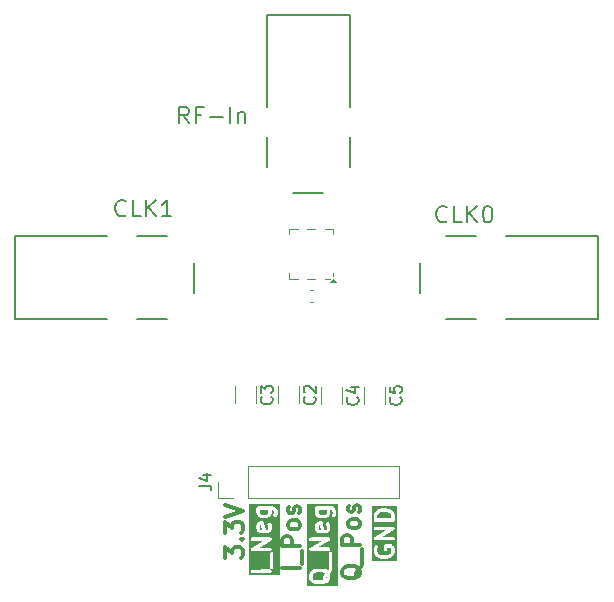
<source format=gbr>
%TF.GenerationSoftware,KiCad,Pcbnew,8.0.1*%
%TF.CreationDate,2024-03-25T18:19:42-05:00*%
%TF.ProjectId,TS3A5017-Mixer,54533341-3530-4313-972d-4d697865722e,rev?*%
%TF.SameCoordinates,Original*%
%TF.FileFunction,Legend,Top*%
%TF.FilePolarity,Positive*%
%FSLAX46Y46*%
G04 Gerber Fmt 4.6, Leading zero omitted, Abs format (unit mm)*
G04 Created by KiCad (PCBNEW 8.0.1) date 2024-03-25 18:19:42*
%MOMM*%
%LPD*%
G01*
G04 APERTURE LIST*
%ADD10C,0.300000*%
%ADD11C,0.150000*%
%ADD12C,0.127000*%
%ADD13C,0.120000*%
G04 APERTURE END LIST*
D10*
G36*
X153305906Y-109771060D02*
G01*
X153417910Y-109824943D01*
X153521419Y-109925903D01*
X153574960Y-110080680D01*
X153576375Y-110270339D01*
X152373728Y-110272606D01*
X152372395Y-110093938D01*
X152424296Y-109932169D01*
X152522529Y-109831457D01*
X152625434Y-109778027D01*
X152876782Y-109712809D01*
X153054995Y-109710700D01*
X153305906Y-109771060D01*
G37*
G36*
X154041495Y-113879584D02*
G01*
X151908161Y-113879584D01*
X151908161Y-112848632D01*
X152074828Y-112848632D01*
X152077360Y-113062622D01*
X152076006Y-113081678D01*
X152077672Y-113089006D01*
X152077710Y-113092181D01*
X152079227Y-113095843D01*
X152082526Y-113110351D01*
X152149139Y-113302911D01*
X152149139Y-113306466D01*
X152156597Y-113324473D01*
X152165943Y-113351488D01*
X152169473Y-113355558D01*
X152171536Y-113360538D01*
X152190191Y-113383269D01*
X152334774Y-113524294D01*
X152347146Y-113538559D01*
X152353498Y-113542557D01*
X152355778Y-113544781D01*
X152359440Y-113546297D01*
X152372032Y-113554224D01*
X152507439Y-113619366D01*
X152517900Y-113627117D01*
X152539854Y-113634960D01*
X152542352Y-113636162D01*
X152543432Y-113636238D01*
X152545591Y-113637010D01*
X152823559Y-113703878D01*
X152838421Y-113710035D01*
X152856586Y-113711823D01*
X152860394Y-113712740D01*
X152862581Y-113712414D01*
X152867685Y-113712917D01*
X153074042Y-113710475D01*
X153089262Y-113712740D01*
X153107232Y-113710082D01*
X153111235Y-113710035D01*
X153113279Y-113709187D01*
X153118351Y-113708438D01*
X153392971Y-113637180D01*
X153407304Y-113636162D01*
X153429224Y-113627773D01*
X153431756Y-113627117D01*
X153432626Y-113626472D01*
X153434767Y-113625653D01*
X153577310Y-113551642D01*
X153593877Y-113544781D01*
X153599647Y-113540045D01*
X153602510Y-113538559D01*
X153605106Y-113535565D01*
X153616608Y-113526126D01*
X153742353Y-113397208D01*
X153745367Y-113395702D01*
X153757757Y-113381416D01*
X153778121Y-113360539D01*
X153780183Y-113355559D01*
X153783715Y-113351488D01*
X153795703Y-113324637D01*
X153864561Y-113110007D01*
X153871946Y-113092181D01*
X153872683Y-113084692D01*
X153873651Y-113081677D01*
X153873369Y-113077722D01*
X153874828Y-113062917D01*
X153872413Y-112918709D01*
X153873651Y-112901300D01*
X153872000Y-112894040D01*
X153871946Y-112890796D01*
X153870430Y-112887138D01*
X153867131Y-112872626D01*
X153800517Y-112680059D01*
X153800517Y-112676510D01*
X153793067Y-112658525D01*
X153783715Y-112631489D01*
X153780181Y-112627414D01*
X153778120Y-112622438D01*
X153759465Y-112599707D01*
X153665328Y-112509647D01*
X153665307Y-112509626D01*
X153611235Y-112487228D01*
X153581971Y-112484346D01*
X153052707Y-112487228D01*
X152998635Y-112509626D01*
X152957251Y-112551010D01*
X152934853Y-112605082D01*
X152931971Y-112634346D01*
X152934853Y-112949324D01*
X152957251Y-113003396D01*
X152998635Y-113044780D01*
X153052707Y-113067178D01*
X153111235Y-113067178D01*
X153165307Y-113044780D01*
X153206691Y-113003396D01*
X153229089Y-112949324D01*
X153231971Y-112920060D01*
X153230721Y-112783536D01*
X153519337Y-112781964D01*
X153521888Y-112784404D01*
X153575133Y-112938324D01*
X153576728Y-113033551D01*
X153525359Y-113193666D01*
X153427127Y-113294375D01*
X153324220Y-113347806D01*
X153072873Y-113413024D01*
X152894660Y-113415133D01*
X152643749Y-113354773D01*
X152531745Y-113300890D01*
X152428236Y-113199929D01*
X152374615Y-113044923D01*
X152372747Y-112887120D01*
X152440931Y-112745393D01*
X152445079Y-112687013D01*
X152426571Y-112631490D01*
X152388225Y-112587275D01*
X152335876Y-112561100D01*
X152277495Y-112556952D01*
X152221973Y-112575460D01*
X152177758Y-112613806D01*
X152162093Y-112638692D01*
X152102184Y-112763219D01*
X152100108Y-112765296D01*
X152093431Y-112781413D01*
X152080154Y-112809013D01*
X152079771Y-112814390D01*
X152077710Y-112819368D01*
X152074828Y-112848632D01*
X151908161Y-112848632D01*
X151908161Y-111981012D01*
X152075194Y-111981012D01*
X152077710Y-112000803D01*
X152077710Y-112020753D01*
X152081369Y-112029586D01*
X152082575Y-112039072D01*
X152092473Y-112056394D01*
X152100108Y-112074825D01*
X152106868Y-112081585D01*
X152111613Y-112089888D01*
X152127384Y-112102101D01*
X152141492Y-112116209D01*
X152150327Y-112119868D01*
X152157887Y-112125723D01*
X152177131Y-112130971D01*
X152195564Y-112138607D01*
X152210530Y-112140080D01*
X152214351Y-112141123D01*
X152217302Y-112140747D01*
X152224828Y-112141489D01*
X153754092Y-112138607D01*
X153808164Y-112116209D01*
X153849548Y-112074825D01*
X153871946Y-112020753D01*
X153871946Y-111962225D01*
X153849548Y-111908153D01*
X153808164Y-111866769D01*
X153754092Y-111844371D01*
X153724828Y-111841489D01*
X152784711Y-111843260D01*
X153790189Y-111266511D01*
X153808164Y-111259066D01*
X153814882Y-111252347D01*
X153823227Y-111247561D01*
X153835442Y-111231787D01*
X153849548Y-111217682D01*
X153853206Y-111208848D01*
X153859063Y-111201287D01*
X153864312Y-111182038D01*
X153871946Y-111163610D01*
X153871946Y-111154048D01*
X153874462Y-111144823D01*
X153871946Y-111125031D01*
X153871946Y-111105082D01*
X153868286Y-111096248D01*
X153867081Y-111086763D01*
X153857182Y-111069440D01*
X153849548Y-111051010D01*
X153842787Y-111044249D01*
X153838043Y-111035947D01*
X153822271Y-111023733D01*
X153808164Y-111009626D01*
X153799328Y-111005966D01*
X153791769Y-111000112D01*
X153772524Y-110994863D01*
X153754092Y-110987228D01*
X153739127Y-110985754D01*
X153735306Y-110984712D01*
X153732354Y-110985087D01*
X153724828Y-110984346D01*
X152195564Y-110987228D01*
X152141492Y-111009626D01*
X152100108Y-111051010D01*
X152077710Y-111105082D01*
X152077710Y-111163610D01*
X152100108Y-111217682D01*
X152141492Y-111259066D01*
X152195564Y-111281464D01*
X152224828Y-111284346D01*
X153164943Y-111282574D01*
X152159466Y-111859323D01*
X152141492Y-111866769D01*
X152134773Y-111873487D01*
X152126429Y-111878274D01*
X152114215Y-111894045D01*
X152100108Y-111908153D01*
X152096448Y-111916988D01*
X152090594Y-111924548D01*
X152085345Y-111943792D01*
X152077710Y-111962225D01*
X152077710Y-111971787D01*
X152075194Y-111981012D01*
X151908161Y-111981012D01*
X151908161Y-110062917D01*
X152074828Y-110062917D01*
X152077710Y-110449324D01*
X152100108Y-110503396D01*
X152141492Y-110544780D01*
X152195564Y-110567178D01*
X152224828Y-110570060D01*
X153754092Y-110567178D01*
X153808164Y-110544780D01*
X153849548Y-110503396D01*
X153871946Y-110449324D01*
X153874828Y-110420060D01*
X153872178Y-110064867D01*
X153873651Y-110044157D01*
X153871969Y-110036760D01*
X153871946Y-110033653D01*
X153870430Y-110029995D01*
X153867131Y-110015483D01*
X153800518Y-109822919D01*
X153800518Y-109819368D01*
X153793063Y-109801371D01*
X153783715Y-109774346D01*
X153780183Y-109770274D01*
X153778121Y-109765295D01*
X153759466Y-109742565D01*
X153614883Y-109601542D01*
X153602510Y-109587275D01*
X153596154Y-109583274D01*
X153593877Y-109581053D01*
X153590217Y-109579537D01*
X153577624Y-109571610D01*
X153442216Y-109506467D01*
X153431756Y-109498717D01*
X153409801Y-109490873D01*
X153407304Y-109489672D01*
X153406223Y-109489595D01*
X153404065Y-109488824D01*
X153126096Y-109421955D01*
X153111235Y-109415799D01*
X153093069Y-109414010D01*
X153089262Y-109413094D01*
X153087074Y-109413419D01*
X153081971Y-109412917D01*
X152875613Y-109415358D01*
X152860394Y-109413094D01*
X152842423Y-109415751D01*
X152838421Y-109415799D01*
X152836376Y-109416646D01*
X152831305Y-109417396D01*
X152556684Y-109488653D01*
X152542352Y-109489672D01*
X152520428Y-109498060D01*
X152517900Y-109498717D01*
X152517030Y-109499361D01*
X152514888Y-109500181D01*
X152372348Y-109574189D01*
X152355778Y-109581053D01*
X152350006Y-109585789D01*
X152347146Y-109587275D01*
X152344550Y-109590267D01*
X152333048Y-109599708D01*
X152207304Y-109728624D01*
X152204290Y-109730132D01*
X152191896Y-109744421D01*
X152171536Y-109765296D01*
X152169473Y-109770275D01*
X152165943Y-109774346D01*
X152153954Y-109801197D01*
X152085097Y-110015818D01*
X152077710Y-110033653D01*
X152076972Y-110041144D01*
X152076006Y-110044156D01*
X152076286Y-110048105D01*
X152074828Y-110062917D01*
X151908161Y-110062917D01*
X151908161Y-109246250D01*
X154041495Y-109246250D01*
X154041495Y-113879584D01*
G37*
X151073685Y-114269489D02*
X151002257Y-114412346D01*
X151002257Y-114412346D02*
X150859400Y-114555203D01*
X150859400Y-114555203D02*
X150645114Y-114769489D01*
X150645114Y-114769489D02*
X150573685Y-114912346D01*
X150573685Y-114912346D02*
X150573685Y-115055203D01*
X150930828Y-114983774D02*
X150859400Y-115126632D01*
X150859400Y-115126632D02*
X150716542Y-115269489D01*
X150716542Y-115269489D02*
X150430828Y-115340917D01*
X150430828Y-115340917D02*
X149930828Y-115340917D01*
X149930828Y-115340917D02*
X149645114Y-115269489D01*
X149645114Y-115269489D02*
X149502257Y-115126632D01*
X149502257Y-115126632D02*
X149430828Y-114983774D01*
X149430828Y-114983774D02*
X149430828Y-114698060D01*
X149430828Y-114698060D02*
X149502257Y-114555203D01*
X149502257Y-114555203D02*
X149645114Y-114412346D01*
X149645114Y-114412346D02*
X149930828Y-114340917D01*
X149930828Y-114340917D02*
X150430828Y-114340917D01*
X150430828Y-114340917D02*
X150716542Y-114412346D01*
X150716542Y-114412346D02*
X150859400Y-114555203D01*
X150859400Y-114555203D02*
X150930828Y-114698060D01*
X150930828Y-114698060D02*
X150930828Y-114983774D01*
X151073685Y-114055203D02*
X151073685Y-112912345D01*
X150930828Y-112555203D02*
X149430828Y-112555203D01*
X149430828Y-112555203D02*
X149430828Y-111983774D01*
X149430828Y-111983774D02*
X149502257Y-111840917D01*
X149502257Y-111840917D02*
X149573685Y-111769488D01*
X149573685Y-111769488D02*
X149716542Y-111698060D01*
X149716542Y-111698060D02*
X149930828Y-111698060D01*
X149930828Y-111698060D02*
X150073685Y-111769488D01*
X150073685Y-111769488D02*
X150145114Y-111840917D01*
X150145114Y-111840917D02*
X150216542Y-111983774D01*
X150216542Y-111983774D02*
X150216542Y-112555203D01*
X150930828Y-110840917D02*
X150859400Y-110983774D01*
X150859400Y-110983774D02*
X150787971Y-111055203D01*
X150787971Y-111055203D02*
X150645114Y-111126631D01*
X150645114Y-111126631D02*
X150216542Y-111126631D01*
X150216542Y-111126631D02*
X150073685Y-111055203D01*
X150073685Y-111055203D02*
X150002257Y-110983774D01*
X150002257Y-110983774D02*
X149930828Y-110840917D01*
X149930828Y-110840917D02*
X149930828Y-110626631D01*
X149930828Y-110626631D02*
X150002257Y-110483774D01*
X150002257Y-110483774D02*
X150073685Y-110412346D01*
X150073685Y-110412346D02*
X150216542Y-110340917D01*
X150216542Y-110340917D02*
X150645114Y-110340917D01*
X150645114Y-110340917D02*
X150787971Y-110412346D01*
X150787971Y-110412346D02*
X150859400Y-110483774D01*
X150859400Y-110483774D02*
X150930828Y-110626631D01*
X150930828Y-110626631D02*
X150930828Y-110840917D01*
X150859400Y-109769488D02*
X150930828Y-109626631D01*
X150930828Y-109626631D02*
X150930828Y-109340917D01*
X150930828Y-109340917D02*
X150859400Y-109198060D01*
X150859400Y-109198060D02*
X150716542Y-109126631D01*
X150716542Y-109126631D02*
X150645114Y-109126631D01*
X150645114Y-109126631D02*
X150502257Y-109198060D01*
X150502257Y-109198060D02*
X150430828Y-109340917D01*
X150430828Y-109340917D02*
X150430828Y-109555203D01*
X150430828Y-109555203D02*
X150359400Y-109698060D01*
X150359400Y-109698060D02*
X150216542Y-109769488D01*
X150216542Y-109769488D02*
X150145114Y-109769488D01*
X150145114Y-109769488D02*
X150002257Y-109698060D01*
X150002257Y-109698060D02*
X149930828Y-109555203D01*
X149930828Y-109555203D02*
X149930828Y-109340917D01*
X149930828Y-109340917D02*
X150002257Y-109198060D01*
G36*
X147982740Y-114887478D02*
G01*
X147993706Y-114898174D01*
X147886991Y-115006756D01*
X147871668Y-115020046D01*
X147867637Y-115026449D01*
X147865446Y-115028679D01*
X147863930Y-115032338D01*
X147856003Y-115044932D01*
X147796096Y-115169456D01*
X147794018Y-115171535D01*
X147787336Y-115187666D01*
X147774065Y-115215252D01*
X147773683Y-115220626D01*
X147771620Y-115225607D01*
X147768738Y-115254871D01*
X147771620Y-115426992D01*
X147794018Y-115481064D01*
X147830079Y-115517125D01*
X147767012Y-115533490D01*
X147304316Y-115536009D01*
X147069021Y-115479406D01*
X146972994Y-115385742D01*
X146925589Y-115294440D01*
X146923622Y-115079444D01*
X146966479Y-114990360D01*
X147063614Y-114890773D01*
X147284750Y-114833393D01*
X147747444Y-114830874D01*
X147982740Y-114887478D01*
G37*
G36*
X148128139Y-115287439D02*
G01*
X148085282Y-115376526D01*
X148068668Y-115393559D01*
X148066979Y-115292691D01*
X148109240Y-115204844D01*
X148127216Y-115186554D01*
X148128139Y-115287439D01*
G37*
G36*
X147595483Y-111249963D02*
G01*
X147529636Y-111250279D01*
X147459253Y-111216419D01*
X147425589Y-111151583D01*
X147423622Y-110936586D01*
X147457188Y-110866813D01*
X147511577Y-110838574D01*
X147595483Y-111249963D01*
G37*
G36*
X148126172Y-109572442D02*
G01*
X148128139Y-109787439D01*
X148085028Y-109877052D01*
X148048037Y-109915717D01*
X147958487Y-109962212D01*
X147600853Y-109964463D01*
X147510841Y-109921160D01*
X147472179Y-109884172D01*
X147425589Y-109794440D01*
X147423622Y-109579444D01*
X147439062Y-109547349D01*
X148112333Y-109545789D01*
X148126172Y-109572442D01*
G37*
G36*
X149092548Y-116000109D02*
G01*
X146459214Y-116000109D01*
X146459214Y-115040585D01*
X146625881Y-115040585D01*
X146628289Y-115303844D01*
X146627059Y-115307537D01*
X146628510Y-115327966D01*
X146628763Y-115355563D01*
X146630824Y-115360540D01*
X146631207Y-115365918D01*
X146641717Y-115393381D01*
X146715726Y-115535923D01*
X146722589Y-115552492D01*
X146727324Y-115558262D01*
X146728811Y-115561125D01*
X146731804Y-115563721D01*
X146741244Y-115575223D01*
X146874526Y-115705225D01*
X146879070Y-115712798D01*
X146892467Y-115722724D01*
X146906831Y-115736735D01*
X146917136Y-115741003D01*
X146926096Y-115747642D01*
X146953787Y-115757535D01*
X147231755Y-115824403D01*
X147246617Y-115830560D01*
X147264782Y-115832348D01*
X147268590Y-115833265D01*
X147270777Y-115832939D01*
X147275881Y-115833442D01*
X147766412Y-115830770D01*
X147783172Y-115833265D01*
X147801321Y-115830580D01*
X147805145Y-115830560D01*
X147807189Y-115829712D01*
X147812261Y-115828963D01*
X148081384Y-115759132D01*
X148090857Y-115759132D01*
X148106742Y-115752552D01*
X148125666Y-115747642D01*
X148134626Y-115741002D01*
X148144930Y-115736735D01*
X148167661Y-115718080D01*
X148308687Y-115573496D01*
X148322953Y-115561124D01*
X148326951Y-115554771D01*
X148329174Y-115552493D01*
X148330691Y-115548830D01*
X148338617Y-115536238D01*
X148398523Y-115411712D01*
X148400601Y-115409635D01*
X148407279Y-115393512D01*
X148420555Y-115365917D01*
X148420936Y-115360541D01*
X148422999Y-115355563D01*
X148425881Y-115326299D01*
X148423472Y-115063039D01*
X148424703Y-115059347D01*
X148423251Y-115038918D01*
X148422999Y-115011321D01*
X148420936Y-115006342D01*
X148420555Y-115000967D01*
X148410045Y-114973504D01*
X148385734Y-114926681D01*
X148451550Y-114859203D01*
X148465809Y-114846838D01*
X148469806Y-114840487D01*
X148472031Y-114838207D01*
X148473548Y-114834543D01*
X148481474Y-114821953D01*
X148563412Y-114651632D01*
X148567560Y-114593252D01*
X148549052Y-114537729D01*
X148520134Y-114504387D01*
X148543458Y-114481064D01*
X148565856Y-114426992D01*
X148568738Y-114397728D01*
X148565856Y-113225606D01*
X148543458Y-113171534D01*
X148502074Y-113130150D01*
X148448002Y-113107752D01*
X148389474Y-113107752D01*
X148335402Y-113130150D01*
X148294018Y-113171534D01*
X148271620Y-113225606D01*
X148268738Y-113254870D01*
X148271620Y-114426992D01*
X148294018Y-114481064D01*
X148317783Y-114504829D01*
X148300239Y-114520046D01*
X148284574Y-114544932D01*
X148228139Y-114662240D01*
X148203611Y-114687386D01*
X148177236Y-114661660D01*
X148172692Y-114654087D01*
X148159291Y-114644157D01*
X148144930Y-114630150D01*
X148134626Y-114625882D01*
X148125666Y-114619243D01*
X148097975Y-114609350D01*
X147820007Y-114542480D01*
X147805145Y-114536324D01*
X147786979Y-114534535D01*
X147783172Y-114533619D01*
X147780984Y-114533944D01*
X147775881Y-114533442D01*
X147285348Y-114536113D01*
X147268589Y-114533619D01*
X147250439Y-114536303D01*
X147246617Y-114536324D01*
X147244572Y-114537170D01*
X147239500Y-114537921D01*
X146970376Y-114607753D01*
X146960904Y-114607753D01*
X146945018Y-114614332D01*
X146926095Y-114619243D01*
X146917134Y-114625882D01*
X146906831Y-114630150D01*
X146884101Y-114648805D01*
X146743079Y-114793385D01*
X146728811Y-114805760D01*
X146724810Y-114812115D01*
X146722589Y-114814393D01*
X146721073Y-114818052D01*
X146713146Y-114830646D01*
X146653239Y-114955170D01*
X146651161Y-114957249D01*
X146644479Y-114973380D01*
X146631208Y-115000966D01*
X146630826Y-115006340D01*
X146628763Y-115011321D01*
X146625881Y-115040585D01*
X146459214Y-115040585D01*
X146459214Y-112887251D01*
X146626247Y-112887251D01*
X146628763Y-112907042D01*
X146628763Y-112926992D01*
X146632422Y-112935825D01*
X146633628Y-112945311D01*
X146643526Y-112962633D01*
X146651161Y-112981064D01*
X146657921Y-112987824D01*
X146662666Y-112996127D01*
X146678437Y-113008340D01*
X146692545Y-113022448D01*
X146701380Y-113026107D01*
X146708940Y-113031962D01*
X146728184Y-113037210D01*
X146746617Y-113044846D01*
X146761583Y-113046319D01*
X146765404Y-113047362D01*
X146768355Y-113046986D01*
X146775881Y-113047728D01*
X148305145Y-113044846D01*
X148359217Y-113022448D01*
X148400601Y-112981064D01*
X148422999Y-112926992D01*
X148422999Y-112868464D01*
X148400601Y-112814392D01*
X148359217Y-112773008D01*
X148305145Y-112750610D01*
X148275881Y-112747728D01*
X147335764Y-112749499D01*
X148341242Y-112172750D01*
X148359217Y-112165305D01*
X148365935Y-112158586D01*
X148374280Y-112153800D01*
X148386495Y-112138026D01*
X148400601Y-112123921D01*
X148404259Y-112115087D01*
X148410116Y-112107526D01*
X148415365Y-112088277D01*
X148422999Y-112069849D01*
X148422999Y-112060287D01*
X148425515Y-112051062D01*
X148422999Y-112031270D01*
X148422999Y-112011321D01*
X148419339Y-112002487D01*
X148418134Y-111993002D01*
X148408235Y-111975679D01*
X148400601Y-111957249D01*
X148393840Y-111950488D01*
X148389096Y-111942186D01*
X148373324Y-111929972D01*
X148359217Y-111915865D01*
X148350381Y-111912205D01*
X148342822Y-111906351D01*
X148323577Y-111901102D01*
X148305145Y-111893467D01*
X148290180Y-111891993D01*
X148286359Y-111890951D01*
X148283407Y-111891326D01*
X148275881Y-111890585D01*
X146746617Y-111893467D01*
X146692545Y-111915865D01*
X146651161Y-111957249D01*
X146628763Y-112011321D01*
X146628763Y-112069849D01*
X146651161Y-112123921D01*
X146692545Y-112165305D01*
X146746617Y-112187703D01*
X146775881Y-112190585D01*
X147715996Y-112188813D01*
X146710519Y-112765562D01*
X146692545Y-112773008D01*
X146685826Y-112779726D01*
X146677482Y-112784513D01*
X146665268Y-112800284D01*
X146651161Y-112814392D01*
X146647501Y-112823227D01*
X146641647Y-112830787D01*
X146636398Y-112850031D01*
X146628763Y-112868464D01*
X146628763Y-112878026D01*
X146626247Y-112887251D01*
X146459214Y-112887251D01*
X146459214Y-110897727D01*
X147125881Y-110897727D01*
X147128289Y-111160988D01*
X147127059Y-111164681D01*
X147128510Y-111185104D01*
X147128763Y-111212706D01*
X147130826Y-111217686D01*
X147131208Y-111223061D01*
X147141717Y-111250524D01*
X147212273Y-111386415D01*
X147216996Y-111400583D01*
X147223557Y-111408148D01*
X147228811Y-111418267D01*
X147243022Y-111430591D01*
X147255343Y-111444798D01*
X147270150Y-111454119D01*
X147273026Y-111456613D01*
X147275334Y-111457382D01*
X147280228Y-111460463D01*
X147404753Y-111520369D01*
X147406831Y-111522447D01*
X147422953Y-111529125D01*
X147450549Y-111542401D01*
X147455924Y-111542782D01*
X147460903Y-111544845D01*
X147490167Y-111547727D01*
X147769264Y-111546387D01*
X147776038Y-111547728D01*
X147783068Y-111546321D01*
X148038475Y-111545096D01*
X148042833Y-111546549D01*
X148065074Y-111544968D01*
X148090859Y-111544845D01*
X148095837Y-111542782D01*
X148101213Y-111542401D01*
X148128676Y-111531891D01*
X148264565Y-111461337D01*
X148278737Y-111456613D01*
X148286304Y-111450050D01*
X148296420Y-111444798D01*
X148308744Y-111430588D01*
X148322952Y-111418266D01*
X148332271Y-111403461D01*
X148334767Y-111400584D01*
X148335537Y-111398273D01*
X148338617Y-111393381D01*
X148398523Y-111268855D01*
X148400601Y-111266778D01*
X148407279Y-111250655D01*
X148420555Y-111223060D01*
X148420936Y-111217684D01*
X148422999Y-111212706D01*
X148425881Y-111183442D01*
X148423472Y-110920181D01*
X148424703Y-110916489D01*
X148423251Y-110896060D01*
X148422999Y-110868463D01*
X148420936Y-110863484D01*
X148420555Y-110858109D01*
X148410045Y-110830646D01*
X148322952Y-110662903D01*
X148278737Y-110624556D01*
X148223215Y-110606048D01*
X148164835Y-110610196D01*
X148112486Y-110636371D01*
X148074139Y-110680586D01*
X148055631Y-110736108D01*
X148059779Y-110794488D01*
X148070289Y-110821952D01*
X148126172Y-110929584D01*
X148128139Y-111144582D01*
X148094573Y-111214355D01*
X148030006Y-111247878D01*
X147898533Y-111248509D01*
X147780142Y-110668039D01*
X147780142Y-110654178D01*
X147774572Y-110640732D01*
X147771546Y-110625894D01*
X147763367Y-110613682D01*
X147757744Y-110600106D01*
X147747241Y-110589603D01*
X147738978Y-110577265D01*
X147726752Y-110569114D01*
X147716360Y-110558722D01*
X147702639Y-110553038D01*
X147690282Y-110544800D01*
X147675865Y-110541948D01*
X147662288Y-110536324D01*
X147633024Y-110533442D01*
X147632879Y-110533444D01*
X147632867Y-110533442D01*
X147632852Y-110533444D01*
X147511499Y-110535476D01*
X147508929Y-110534620D01*
X147492359Y-110535797D01*
X147460903Y-110536324D01*
X147455924Y-110538386D01*
X147450549Y-110538768D01*
X147423086Y-110549278D01*
X147287196Y-110619832D01*
X147273026Y-110624556D01*
X147265458Y-110631118D01*
X147255343Y-110636371D01*
X147243022Y-110650577D01*
X147228811Y-110662902D01*
X147219488Y-110677712D01*
X147216996Y-110680586D01*
X147216226Y-110682893D01*
X147213146Y-110687788D01*
X147153239Y-110812312D01*
X147151161Y-110814391D01*
X147144479Y-110830522D01*
X147131208Y-110858108D01*
X147130826Y-110863482D01*
X147128763Y-110868463D01*
X147125881Y-110897727D01*
X146459214Y-110897727D01*
X146459214Y-109540585D01*
X147125881Y-109540585D01*
X147128289Y-109803845D01*
X147127059Y-109807538D01*
X147128510Y-109827961D01*
X147128763Y-109855563D01*
X147130826Y-109860543D01*
X147131208Y-109865918D01*
X147141717Y-109893381D01*
X147215728Y-110035927D01*
X147222589Y-110052490D01*
X147227323Y-110058259D01*
X147228811Y-110061124D01*
X147231805Y-110063721D01*
X147241243Y-110075221D01*
X147316396Y-110147122D01*
X147326771Y-110159084D01*
X147332994Y-110163001D01*
X147335402Y-110165305D01*
X147339061Y-110166820D01*
X147351656Y-110174749D01*
X147476181Y-110234655D01*
X147478259Y-110236733D01*
X147494381Y-110243411D01*
X147521977Y-110256687D01*
X147527352Y-110257068D01*
X147532331Y-110259131D01*
X147561595Y-110262013D01*
X147967278Y-110259459D01*
X147971405Y-110260835D01*
X147993050Y-110259297D01*
X148019431Y-110259131D01*
X148024409Y-110257068D01*
X148029785Y-110256687D01*
X148057249Y-110246177D01*
X148199790Y-110172168D01*
X148216359Y-110165306D01*
X148222129Y-110160570D01*
X148224992Y-110159084D01*
X148227588Y-110156090D01*
X148239090Y-110146651D01*
X148310991Y-110071495D01*
X148322952Y-110061123D01*
X148326869Y-110054899D01*
X148329174Y-110052491D01*
X148330690Y-110048829D01*
X148338617Y-110036238D01*
X148398523Y-109911712D01*
X148400601Y-109909635D01*
X148407279Y-109893512D01*
X148420555Y-109865917D01*
X148420936Y-109860541D01*
X148422999Y-109855563D01*
X148425881Y-109826299D01*
X148423472Y-109563039D01*
X148424703Y-109559347D01*
X148423688Y-109545067D01*
X148450344Y-109545006D01*
X148540920Y-109588580D01*
X148579584Y-109625570D01*
X148626259Y-109715468D01*
X148627961Y-109859239D01*
X148559779Y-110000967D01*
X148555631Y-110059347D01*
X148574139Y-110114869D01*
X148612486Y-110159084D01*
X148664835Y-110185259D01*
X148723215Y-110189407D01*
X148778737Y-110170899D01*
X148822952Y-110132552D01*
X148838617Y-110107667D01*
X148898523Y-109983141D01*
X148900601Y-109981064D01*
X148907279Y-109964941D01*
X148920555Y-109937346D01*
X148920936Y-109931970D01*
X148922999Y-109926992D01*
X148925881Y-109897728D01*
X148923606Y-109705494D01*
X148924703Y-109702204D01*
X148923340Y-109683025D01*
X148922999Y-109654178D01*
X148920936Y-109649199D01*
X148920555Y-109643824D01*
X148910045Y-109616361D01*
X148836039Y-109473823D01*
X148829174Y-109457250D01*
X148824436Y-109451477D01*
X148822952Y-109448618D01*
X148819960Y-109446023D01*
X148810519Y-109434519D01*
X148735368Y-109362621D01*
X148724992Y-109350657D01*
X148718766Y-109346738D01*
X148716359Y-109344435D01*
X148712699Y-109342919D01*
X148700106Y-109334992D01*
X148575580Y-109275085D01*
X148573503Y-109273008D01*
X148557380Y-109266329D01*
X148529785Y-109253054D01*
X148524409Y-109252672D01*
X148519431Y-109250610D01*
X148490167Y-109247728D01*
X147349181Y-109250372D01*
X147328549Y-109248906D01*
X147323974Y-109250430D01*
X147246617Y-109250610D01*
X147192545Y-109273008D01*
X147151161Y-109314392D01*
X147128763Y-109368464D01*
X147128763Y-109426992D01*
X147146228Y-109469156D01*
X147144479Y-109473380D01*
X147131208Y-109500966D01*
X147130826Y-109506340D01*
X147128763Y-109511321D01*
X147125881Y-109540585D01*
X146459214Y-109540585D01*
X146459214Y-109081061D01*
X149092548Y-109081061D01*
X149092548Y-116000109D01*
G37*
X145850828Y-114507489D02*
X144350828Y-114507489D01*
X145993685Y-114150346D02*
X145993685Y-113007488D01*
X145850828Y-112650346D02*
X144350828Y-112650346D01*
X144350828Y-112650346D02*
X144350828Y-112078917D01*
X144350828Y-112078917D02*
X144422257Y-111936060D01*
X144422257Y-111936060D02*
X144493685Y-111864631D01*
X144493685Y-111864631D02*
X144636542Y-111793203D01*
X144636542Y-111793203D02*
X144850828Y-111793203D01*
X144850828Y-111793203D02*
X144993685Y-111864631D01*
X144993685Y-111864631D02*
X145065114Y-111936060D01*
X145065114Y-111936060D02*
X145136542Y-112078917D01*
X145136542Y-112078917D02*
X145136542Y-112650346D01*
X145850828Y-110936060D02*
X145779400Y-111078917D01*
X145779400Y-111078917D02*
X145707971Y-111150346D01*
X145707971Y-111150346D02*
X145565114Y-111221774D01*
X145565114Y-111221774D02*
X145136542Y-111221774D01*
X145136542Y-111221774D02*
X144993685Y-111150346D01*
X144993685Y-111150346D02*
X144922257Y-111078917D01*
X144922257Y-111078917D02*
X144850828Y-110936060D01*
X144850828Y-110936060D02*
X144850828Y-110721774D01*
X144850828Y-110721774D02*
X144922257Y-110578917D01*
X144922257Y-110578917D02*
X144993685Y-110507489D01*
X144993685Y-110507489D02*
X145136542Y-110436060D01*
X145136542Y-110436060D02*
X145565114Y-110436060D01*
X145565114Y-110436060D02*
X145707971Y-110507489D01*
X145707971Y-110507489D02*
X145779400Y-110578917D01*
X145779400Y-110578917D02*
X145850828Y-110721774D01*
X145850828Y-110721774D02*
X145850828Y-110936060D01*
X145779400Y-109864631D02*
X145850828Y-109721774D01*
X145850828Y-109721774D02*
X145850828Y-109436060D01*
X145850828Y-109436060D02*
X145779400Y-109293203D01*
X145779400Y-109293203D02*
X145636542Y-109221774D01*
X145636542Y-109221774D02*
X145565114Y-109221774D01*
X145565114Y-109221774D02*
X145422257Y-109293203D01*
X145422257Y-109293203D02*
X145350828Y-109436060D01*
X145350828Y-109436060D02*
X145350828Y-109650346D01*
X145350828Y-109650346D02*
X145279400Y-109793203D01*
X145279400Y-109793203D02*
X145136542Y-109864631D01*
X145136542Y-109864631D02*
X145065114Y-109864631D01*
X145065114Y-109864631D02*
X144922257Y-109793203D01*
X144922257Y-109793203D02*
X144850828Y-109650346D01*
X144850828Y-109650346D02*
X144850828Y-109436060D01*
X144850828Y-109436060D02*
X144922257Y-109293203D01*
G36*
X142630430Y-111256581D02*
G01*
X142564583Y-111256897D01*
X142494200Y-111223037D01*
X142460536Y-111158201D01*
X142458569Y-110943204D01*
X142492135Y-110873431D01*
X142546524Y-110845192D01*
X142630430Y-111256581D01*
G37*
G36*
X143161119Y-109579060D02*
G01*
X143163086Y-109794057D01*
X143119975Y-109883670D01*
X143082984Y-109922335D01*
X142993434Y-109968830D01*
X142635800Y-109971081D01*
X142545788Y-109927778D01*
X142507126Y-109890790D01*
X142460536Y-109801058D01*
X142458569Y-109586062D01*
X142474009Y-109553967D01*
X143147280Y-109552407D01*
X143161119Y-109579060D01*
G37*
G36*
X144127495Y-115078156D02*
G01*
X141494527Y-115078156D01*
X141494527Y-114790753D01*
X141663710Y-114790753D01*
X141686108Y-114844825D01*
X141727492Y-114886209D01*
X141781564Y-114908607D01*
X141810828Y-114911489D01*
X143340092Y-114908607D01*
X143394164Y-114886209D01*
X143435548Y-114844825D01*
X143457946Y-114790753D01*
X143457946Y-114732225D01*
X143435548Y-114678153D01*
X143394164Y-114636769D01*
X143340092Y-114614371D01*
X143310828Y-114611489D01*
X141781564Y-114614371D01*
X141727492Y-114636769D01*
X141686108Y-114678153D01*
X141663710Y-114732225D01*
X141663710Y-114790753D01*
X141494527Y-114790753D01*
X141494527Y-113261488D01*
X143303685Y-113261488D01*
X143306567Y-114433610D01*
X143328965Y-114487682D01*
X143370349Y-114529066D01*
X143424421Y-114551464D01*
X143482949Y-114551464D01*
X143537021Y-114529066D01*
X143578405Y-114487682D01*
X143600803Y-114433610D01*
X143603685Y-114404346D01*
X143600803Y-113232224D01*
X143578405Y-113178152D01*
X143537021Y-113136768D01*
X143482949Y-113114370D01*
X143424421Y-113114370D01*
X143370349Y-113136768D01*
X143328965Y-113178152D01*
X143306567Y-113232224D01*
X143303685Y-113261488D01*
X141494527Y-113261488D01*
X141494527Y-112893869D01*
X141661194Y-112893869D01*
X141663710Y-112913660D01*
X141663710Y-112933610D01*
X141667369Y-112942443D01*
X141668575Y-112951929D01*
X141678473Y-112969251D01*
X141686108Y-112987682D01*
X141692868Y-112994442D01*
X141697613Y-113002745D01*
X141713384Y-113014958D01*
X141727492Y-113029066D01*
X141736327Y-113032725D01*
X141743887Y-113038580D01*
X141763131Y-113043828D01*
X141781564Y-113051464D01*
X141796530Y-113052937D01*
X141800351Y-113053980D01*
X141803302Y-113053604D01*
X141810828Y-113054346D01*
X143340092Y-113051464D01*
X143394164Y-113029066D01*
X143435548Y-112987682D01*
X143457946Y-112933610D01*
X143457946Y-112875082D01*
X143435548Y-112821010D01*
X143394164Y-112779626D01*
X143340092Y-112757228D01*
X143310828Y-112754346D01*
X142370711Y-112756117D01*
X143376189Y-112179368D01*
X143394164Y-112171923D01*
X143400882Y-112165204D01*
X143409227Y-112160418D01*
X143421442Y-112144644D01*
X143435548Y-112130539D01*
X143439206Y-112121705D01*
X143445063Y-112114144D01*
X143450312Y-112094895D01*
X143457946Y-112076467D01*
X143457946Y-112066905D01*
X143460462Y-112057680D01*
X143457946Y-112037888D01*
X143457946Y-112017939D01*
X143454286Y-112009105D01*
X143453081Y-111999620D01*
X143443182Y-111982297D01*
X143435548Y-111963867D01*
X143428787Y-111957106D01*
X143424043Y-111948804D01*
X143408271Y-111936590D01*
X143394164Y-111922483D01*
X143385328Y-111918823D01*
X143377769Y-111912969D01*
X143358524Y-111907720D01*
X143340092Y-111900085D01*
X143325127Y-111898611D01*
X143321306Y-111897569D01*
X143318354Y-111897944D01*
X143310828Y-111897203D01*
X141781564Y-111900085D01*
X141727492Y-111922483D01*
X141686108Y-111963867D01*
X141663710Y-112017939D01*
X141663710Y-112076467D01*
X141686108Y-112130539D01*
X141727492Y-112171923D01*
X141781564Y-112194321D01*
X141810828Y-112197203D01*
X142750943Y-112195431D01*
X141745466Y-112772180D01*
X141727492Y-112779626D01*
X141720773Y-112786344D01*
X141712429Y-112791131D01*
X141700215Y-112806902D01*
X141686108Y-112821010D01*
X141682448Y-112829845D01*
X141676594Y-112837405D01*
X141671345Y-112856649D01*
X141663710Y-112875082D01*
X141663710Y-112884644D01*
X141661194Y-112893869D01*
X141494527Y-112893869D01*
X141494527Y-110904345D01*
X142160828Y-110904345D01*
X142163236Y-111167606D01*
X142162006Y-111171299D01*
X142163457Y-111191722D01*
X142163710Y-111219324D01*
X142165773Y-111224304D01*
X142166155Y-111229679D01*
X142176664Y-111257142D01*
X142247220Y-111393033D01*
X142251943Y-111407201D01*
X142258504Y-111414766D01*
X142263758Y-111424885D01*
X142277969Y-111437209D01*
X142290290Y-111451416D01*
X142305097Y-111460737D01*
X142307973Y-111463231D01*
X142310281Y-111464000D01*
X142315175Y-111467081D01*
X142439700Y-111526987D01*
X142441778Y-111529065D01*
X142457900Y-111535743D01*
X142485496Y-111549019D01*
X142490871Y-111549400D01*
X142495850Y-111551463D01*
X142525114Y-111554345D01*
X142804211Y-111553005D01*
X142810985Y-111554346D01*
X142818015Y-111552939D01*
X143073422Y-111551714D01*
X143077780Y-111553167D01*
X143100021Y-111551586D01*
X143125806Y-111551463D01*
X143130784Y-111549400D01*
X143136160Y-111549019D01*
X143163623Y-111538509D01*
X143299512Y-111467955D01*
X143313684Y-111463231D01*
X143321251Y-111456668D01*
X143331367Y-111451416D01*
X143343691Y-111437206D01*
X143357899Y-111424884D01*
X143367218Y-111410079D01*
X143369714Y-111407202D01*
X143370484Y-111404891D01*
X143373564Y-111399999D01*
X143433470Y-111275473D01*
X143435548Y-111273396D01*
X143442226Y-111257273D01*
X143455502Y-111229678D01*
X143455883Y-111224302D01*
X143457946Y-111219324D01*
X143460828Y-111190060D01*
X143458419Y-110926799D01*
X143459650Y-110923107D01*
X143458198Y-110902678D01*
X143457946Y-110875081D01*
X143455883Y-110870102D01*
X143455502Y-110864727D01*
X143444992Y-110837264D01*
X143357899Y-110669521D01*
X143313684Y-110631174D01*
X143258162Y-110612666D01*
X143199782Y-110616814D01*
X143147433Y-110642989D01*
X143109086Y-110687204D01*
X143090578Y-110742726D01*
X143094726Y-110801106D01*
X143105236Y-110828570D01*
X143161119Y-110936202D01*
X143163086Y-111151200D01*
X143129520Y-111220973D01*
X143064953Y-111254496D01*
X142933480Y-111255127D01*
X142815089Y-110674657D01*
X142815089Y-110660796D01*
X142809519Y-110647350D01*
X142806493Y-110632512D01*
X142798314Y-110620300D01*
X142792691Y-110606724D01*
X142782188Y-110596221D01*
X142773925Y-110583883D01*
X142761699Y-110575732D01*
X142751307Y-110565340D01*
X142737586Y-110559656D01*
X142725229Y-110551418D01*
X142710812Y-110548566D01*
X142697235Y-110542942D01*
X142667971Y-110540060D01*
X142667826Y-110540062D01*
X142667814Y-110540060D01*
X142667799Y-110540062D01*
X142546446Y-110542094D01*
X142543876Y-110541238D01*
X142527306Y-110542415D01*
X142495850Y-110542942D01*
X142490871Y-110545004D01*
X142485496Y-110545386D01*
X142458033Y-110555896D01*
X142322143Y-110626450D01*
X142307973Y-110631174D01*
X142300405Y-110637736D01*
X142290290Y-110642989D01*
X142277969Y-110657195D01*
X142263758Y-110669520D01*
X142254435Y-110684330D01*
X142251943Y-110687204D01*
X142251173Y-110689511D01*
X142248093Y-110694406D01*
X142188186Y-110818930D01*
X142186108Y-110821009D01*
X142179426Y-110837140D01*
X142166155Y-110864726D01*
X142165773Y-110870100D01*
X142163710Y-110875081D01*
X142160828Y-110904345D01*
X141494527Y-110904345D01*
X141494527Y-109547203D01*
X142160828Y-109547203D01*
X142163236Y-109810463D01*
X142162006Y-109814156D01*
X142163457Y-109834579D01*
X142163710Y-109862181D01*
X142165773Y-109867161D01*
X142166155Y-109872536D01*
X142176664Y-109899999D01*
X142250675Y-110042545D01*
X142257536Y-110059108D01*
X142262270Y-110064877D01*
X142263758Y-110067742D01*
X142266752Y-110070339D01*
X142276190Y-110081839D01*
X142351343Y-110153740D01*
X142361718Y-110165702D01*
X142367941Y-110169619D01*
X142370349Y-110171923D01*
X142374008Y-110173438D01*
X142386603Y-110181367D01*
X142511128Y-110241273D01*
X142513206Y-110243351D01*
X142529328Y-110250029D01*
X142556924Y-110263305D01*
X142562299Y-110263686D01*
X142567278Y-110265749D01*
X142596542Y-110268631D01*
X143002225Y-110266077D01*
X143006352Y-110267453D01*
X143027997Y-110265915D01*
X143054378Y-110265749D01*
X143059356Y-110263686D01*
X143064732Y-110263305D01*
X143092196Y-110252795D01*
X143234737Y-110178786D01*
X143251306Y-110171924D01*
X143257076Y-110167188D01*
X143259939Y-110165702D01*
X143262535Y-110162708D01*
X143274037Y-110153269D01*
X143345938Y-110078113D01*
X143357899Y-110067741D01*
X143361816Y-110061517D01*
X143364121Y-110059109D01*
X143365637Y-110055447D01*
X143373564Y-110042856D01*
X143433470Y-109918330D01*
X143435548Y-109916253D01*
X143442226Y-109900130D01*
X143455502Y-109872535D01*
X143455883Y-109867159D01*
X143457946Y-109862181D01*
X143460828Y-109832917D01*
X143458419Y-109569657D01*
X143459650Y-109565965D01*
X143458635Y-109551685D01*
X143485291Y-109551624D01*
X143575867Y-109595198D01*
X143614531Y-109632188D01*
X143661206Y-109722086D01*
X143662908Y-109865857D01*
X143594726Y-110007585D01*
X143590578Y-110065965D01*
X143609086Y-110121487D01*
X143647433Y-110165702D01*
X143699782Y-110191877D01*
X143758162Y-110196025D01*
X143813684Y-110177517D01*
X143857899Y-110139170D01*
X143873564Y-110114285D01*
X143933470Y-109989759D01*
X143935548Y-109987682D01*
X143942226Y-109971559D01*
X143955502Y-109943964D01*
X143955883Y-109938588D01*
X143957946Y-109933610D01*
X143960828Y-109904346D01*
X143958553Y-109712112D01*
X143959650Y-109708822D01*
X143958287Y-109689643D01*
X143957946Y-109660796D01*
X143955883Y-109655817D01*
X143955502Y-109650442D01*
X143944992Y-109622979D01*
X143870986Y-109480441D01*
X143864121Y-109463868D01*
X143859383Y-109458095D01*
X143857899Y-109455236D01*
X143854907Y-109452641D01*
X143845466Y-109441137D01*
X143770315Y-109369239D01*
X143759939Y-109357275D01*
X143753713Y-109353356D01*
X143751306Y-109351053D01*
X143747646Y-109349537D01*
X143735053Y-109341610D01*
X143610527Y-109281703D01*
X143608450Y-109279626D01*
X143592327Y-109272947D01*
X143564732Y-109259672D01*
X143559356Y-109259290D01*
X143554378Y-109257228D01*
X143525114Y-109254346D01*
X142384128Y-109256990D01*
X142363496Y-109255524D01*
X142358921Y-109257048D01*
X142281564Y-109257228D01*
X142227492Y-109279626D01*
X142186108Y-109321010D01*
X142163710Y-109375082D01*
X142163710Y-109433610D01*
X142181175Y-109475774D01*
X142179426Y-109479998D01*
X142166155Y-109507584D01*
X142165773Y-109512958D01*
X142163710Y-109517939D01*
X142160828Y-109547203D01*
X141494527Y-109547203D01*
X141494527Y-109087679D01*
X144127495Y-109087679D01*
X144127495Y-115078156D01*
G37*
X139524828Y-113634346D02*
X139524828Y-112705774D01*
X139524828Y-112705774D02*
X140096257Y-113205774D01*
X140096257Y-113205774D02*
X140096257Y-112991489D01*
X140096257Y-112991489D02*
X140167685Y-112848632D01*
X140167685Y-112848632D02*
X140239114Y-112777203D01*
X140239114Y-112777203D02*
X140381971Y-112705774D01*
X140381971Y-112705774D02*
X140739114Y-112705774D01*
X140739114Y-112705774D02*
X140881971Y-112777203D01*
X140881971Y-112777203D02*
X140953400Y-112848632D01*
X140953400Y-112848632D02*
X141024828Y-112991489D01*
X141024828Y-112991489D02*
X141024828Y-113420060D01*
X141024828Y-113420060D02*
X140953400Y-113562917D01*
X140953400Y-113562917D02*
X140881971Y-113634346D01*
X140881971Y-112062918D02*
X140953400Y-111991489D01*
X140953400Y-111991489D02*
X141024828Y-112062918D01*
X141024828Y-112062918D02*
X140953400Y-112134346D01*
X140953400Y-112134346D02*
X140881971Y-112062918D01*
X140881971Y-112062918D02*
X141024828Y-112062918D01*
X139524828Y-111491489D02*
X139524828Y-110562917D01*
X139524828Y-110562917D02*
X140096257Y-111062917D01*
X140096257Y-111062917D02*
X140096257Y-110848632D01*
X140096257Y-110848632D02*
X140167685Y-110705775D01*
X140167685Y-110705775D02*
X140239114Y-110634346D01*
X140239114Y-110634346D02*
X140381971Y-110562917D01*
X140381971Y-110562917D02*
X140739114Y-110562917D01*
X140739114Y-110562917D02*
X140881971Y-110634346D01*
X140881971Y-110634346D02*
X140953400Y-110705775D01*
X140953400Y-110705775D02*
X141024828Y-110848632D01*
X141024828Y-110848632D02*
X141024828Y-111277203D01*
X141024828Y-111277203D02*
X140953400Y-111420060D01*
X140953400Y-111420060D02*
X140881971Y-111491489D01*
X139524828Y-110134346D02*
X141024828Y-109634346D01*
X141024828Y-109634346D02*
X139524828Y-109134346D01*
D11*
X136430000Y-76839866D02*
X135963333Y-76173200D01*
X135630000Y-76839866D02*
X135630000Y-75439866D01*
X135630000Y-75439866D02*
X136163333Y-75439866D01*
X136163333Y-75439866D02*
X136296667Y-75506533D01*
X136296667Y-75506533D02*
X136363333Y-75573200D01*
X136363333Y-75573200D02*
X136430000Y-75706533D01*
X136430000Y-75706533D02*
X136430000Y-75906533D01*
X136430000Y-75906533D02*
X136363333Y-76039866D01*
X136363333Y-76039866D02*
X136296667Y-76106533D01*
X136296667Y-76106533D02*
X136163333Y-76173200D01*
X136163333Y-76173200D02*
X135630000Y-76173200D01*
X137496667Y-76106533D02*
X137030000Y-76106533D01*
X137030000Y-76839866D02*
X137030000Y-75439866D01*
X137030000Y-75439866D02*
X137696667Y-75439866D01*
X138230000Y-76306533D02*
X139296667Y-76306533D01*
X139963333Y-76839866D02*
X139963333Y-75439866D01*
X140630000Y-75906533D02*
X140630000Y-76839866D01*
X140630000Y-76039866D02*
X140696667Y-75973200D01*
X140696667Y-75973200D02*
X140830000Y-75906533D01*
X140830000Y-75906533D02*
X141030000Y-75906533D01*
X141030000Y-75906533D02*
X141163333Y-75973200D01*
X141163333Y-75973200D02*
X141230000Y-76106533D01*
X141230000Y-76106533D02*
X141230000Y-76839866D01*
X158266000Y-85088533D02*
X158199333Y-85155200D01*
X158199333Y-85155200D02*
X157999333Y-85221866D01*
X157999333Y-85221866D02*
X157866000Y-85221866D01*
X157866000Y-85221866D02*
X157666000Y-85155200D01*
X157666000Y-85155200D02*
X157532667Y-85021866D01*
X157532667Y-85021866D02*
X157466000Y-84888533D01*
X157466000Y-84888533D02*
X157399333Y-84621866D01*
X157399333Y-84621866D02*
X157399333Y-84421866D01*
X157399333Y-84421866D02*
X157466000Y-84155200D01*
X157466000Y-84155200D02*
X157532667Y-84021866D01*
X157532667Y-84021866D02*
X157666000Y-83888533D01*
X157666000Y-83888533D02*
X157866000Y-83821866D01*
X157866000Y-83821866D02*
X157999333Y-83821866D01*
X157999333Y-83821866D02*
X158199333Y-83888533D01*
X158199333Y-83888533D02*
X158266000Y-83955200D01*
X159532667Y-85221866D02*
X158866000Y-85221866D01*
X158866000Y-85221866D02*
X158866000Y-83821866D01*
X159999333Y-85221866D02*
X159999333Y-83821866D01*
X160799333Y-85221866D02*
X160199333Y-84421866D01*
X160799333Y-83821866D02*
X159999333Y-84621866D01*
X161666000Y-83821866D02*
X161799333Y-83821866D01*
X161799333Y-83821866D02*
X161932666Y-83888533D01*
X161932666Y-83888533D02*
X161999333Y-83955200D01*
X161999333Y-83955200D02*
X162066000Y-84088533D01*
X162066000Y-84088533D02*
X162132666Y-84355200D01*
X162132666Y-84355200D02*
X162132666Y-84688533D01*
X162132666Y-84688533D02*
X162066000Y-84955200D01*
X162066000Y-84955200D02*
X161999333Y-85088533D01*
X161999333Y-85088533D02*
X161932666Y-85155200D01*
X161932666Y-85155200D02*
X161799333Y-85221866D01*
X161799333Y-85221866D02*
X161666000Y-85221866D01*
X161666000Y-85221866D02*
X161532666Y-85155200D01*
X161532666Y-85155200D02*
X161466000Y-85088533D01*
X161466000Y-85088533D02*
X161399333Y-84955200D01*
X161399333Y-84955200D02*
X161332666Y-84688533D01*
X161332666Y-84688533D02*
X161332666Y-84355200D01*
X161332666Y-84355200D02*
X161399333Y-84088533D01*
X161399333Y-84088533D02*
X161466000Y-83955200D01*
X161466000Y-83955200D02*
X161532666Y-83888533D01*
X161532666Y-83888533D02*
X161666000Y-83821866D01*
X131088000Y-84580533D02*
X131021333Y-84647200D01*
X131021333Y-84647200D02*
X130821333Y-84713866D01*
X130821333Y-84713866D02*
X130688000Y-84713866D01*
X130688000Y-84713866D02*
X130488000Y-84647200D01*
X130488000Y-84647200D02*
X130354667Y-84513866D01*
X130354667Y-84513866D02*
X130288000Y-84380533D01*
X130288000Y-84380533D02*
X130221333Y-84113866D01*
X130221333Y-84113866D02*
X130221333Y-83913866D01*
X130221333Y-83913866D02*
X130288000Y-83647200D01*
X130288000Y-83647200D02*
X130354667Y-83513866D01*
X130354667Y-83513866D02*
X130488000Y-83380533D01*
X130488000Y-83380533D02*
X130688000Y-83313866D01*
X130688000Y-83313866D02*
X130821333Y-83313866D01*
X130821333Y-83313866D02*
X131021333Y-83380533D01*
X131021333Y-83380533D02*
X131088000Y-83447200D01*
X132354667Y-84713866D02*
X131688000Y-84713866D01*
X131688000Y-84713866D02*
X131688000Y-83313866D01*
X132821333Y-84713866D02*
X132821333Y-83313866D01*
X133621333Y-84713866D02*
X133021333Y-83913866D01*
X133621333Y-83313866D02*
X132821333Y-84113866D01*
X134954666Y-84713866D02*
X134154666Y-84713866D01*
X134554666Y-84713866D02*
X134554666Y-83313866D01*
X134554666Y-83313866D02*
X134421333Y-83513866D01*
X134421333Y-83513866D02*
X134288000Y-83647200D01*
X134288000Y-83647200D02*
X134154666Y-83713866D01*
X137332819Y-107521333D02*
X138047104Y-107521333D01*
X138047104Y-107521333D02*
X138189961Y-107568952D01*
X138189961Y-107568952D02*
X138285200Y-107664190D01*
X138285200Y-107664190D02*
X138332819Y-107807047D01*
X138332819Y-107807047D02*
X138332819Y-107902285D01*
X137666152Y-106616571D02*
X138332819Y-106616571D01*
X137285200Y-106854666D02*
X137999485Y-107092761D01*
X137999485Y-107092761D02*
X137999485Y-106473714D01*
X154355580Y-100037666D02*
X154403200Y-100085285D01*
X154403200Y-100085285D02*
X154450819Y-100228142D01*
X154450819Y-100228142D02*
X154450819Y-100323380D01*
X154450819Y-100323380D02*
X154403200Y-100466237D01*
X154403200Y-100466237D02*
X154307961Y-100561475D01*
X154307961Y-100561475D02*
X154212723Y-100609094D01*
X154212723Y-100609094D02*
X154022247Y-100656713D01*
X154022247Y-100656713D02*
X153879390Y-100656713D01*
X153879390Y-100656713D02*
X153688914Y-100609094D01*
X153688914Y-100609094D02*
X153593676Y-100561475D01*
X153593676Y-100561475D02*
X153498438Y-100466237D01*
X153498438Y-100466237D02*
X153450819Y-100323380D01*
X153450819Y-100323380D02*
X153450819Y-100228142D01*
X153450819Y-100228142D02*
X153498438Y-100085285D01*
X153498438Y-100085285D02*
X153546057Y-100037666D01*
X153450819Y-99132904D02*
X153450819Y-99609094D01*
X153450819Y-99609094D02*
X153927009Y-99656713D01*
X153927009Y-99656713D02*
X153879390Y-99609094D01*
X153879390Y-99609094D02*
X153831771Y-99513856D01*
X153831771Y-99513856D02*
X153831771Y-99275761D01*
X153831771Y-99275761D02*
X153879390Y-99180523D01*
X153879390Y-99180523D02*
X153927009Y-99132904D01*
X153927009Y-99132904D02*
X154022247Y-99085285D01*
X154022247Y-99085285D02*
X154260342Y-99085285D01*
X154260342Y-99085285D02*
X154355580Y-99132904D01*
X154355580Y-99132904D02*
X154403200Y-99180523D01*
X154403200Y-99180523D02*
X154450819Y-99275761D01*
X154450819Y-99275761D02*
X154450819Y-99513856D01*
X154450819Y-99513856D02*
X154403200Y-99609094D01*
X154403200Y-99609094D02*
X154355580Y-99656713D01*
X150714912Y-100037666D02*
X150762532Y-100085285D01*
X150762532Y-100085285D02*
X150810151Y-100228142D01*
X150810151Y-100228142D02*
X150810151Y-100323380D01*
X150810151Y-100323380D02*
X150762532Y-100466237D01*
X150762532Y-100466237D02*
X150667293Y-100561475D01*
X150667293Y-100561475D02*
X150572055Y-100609094D01*
X150572055Y-100609094D02*
X150381579Y-100656713D01*
X150381579Y-100656713D02*
X150238722Y-100656713D01*
X150238722Y-100656713D02*
X150048246Y-100609094D01*
X150048246Y-100609094D02*
X149953008Y-100561475D01*
X149953008Y-100561475D02*
X149857770Y-100466237D01*
X149857770Y-100466237D02*
X149810151Y-100323380D01*
X149810151Y-100323380D02*
X149810151Y-100228142D01*
X149810151Y-100228142D02*
X149857770Y-100085285D01*
X149857770Y-100085285D02*
X149905389Y-100037666D01*
X150143484Y-99180523D02*
X150810151Y-99180523D01*
X149762532Y-99418618D02*
X150476817Y-99656713D01*
X150476817Y-99656713D02*
X150476817Y-99037666D01*
X143433580Y-99988666D02*
X143481200Y-100036285D01*
X143481200Y-100036285D02*
X143528819Y-100179142D01*
X143528819Y-100179142D02*
X143528819Y-100274380D01*
X143528819Y-100274380D02*
X143481200Y-100417237D01*
X143481200Y-100417237D02*
X143385961Y-100512475D01*
X143385961Y-100512475D02*
X143290723Y-100560094D01*
X143290723Y-100560094D02*
X143100247Y-100607713D01*
X143100247Y-100607713D02*
X142957390Y-100607713D01*
X142957390Y-100607713D02*
X142766914Y-100560094D01*
X142766914Y-100560094D02*
X142671676Y-100512475D01*
X142671676Y-100512475D02*
X142576438Y-100417237D01*
X142576438Y-100417237D02*
X142528819Y-100274380D01*
X142528819Y-100274380D02*
X142528819Y-100179142D01*
X142528819Y-100179142D02*
X142576438Y-100036285D01*
X142576438Y-100036285D02*
X142624057Y-99988666D01*
X142528819Y-99655332D02*
X142528819Y-99036285D01*
X142528819Y-99036285D02*
X142909771Y-99369618D01*
X142909771Y-99369618D02*
X142909771Y-99226761D01*
X142909771Y-99226761D02*
X142957390Y-99131523D01*
X142957390Y-99131523D02*
X143005009Y-99083904D01*
X143005009Y-99083904D02*
X143100247Y-99036285D01*
X143100247Y-99036285D02*
X143338342Y-99036285D01*
X143338342Y-99036285D02*
X143433580Y-99083904D01*
X143433580Y-99083904D02*
X143481200Y-99131523D01*
X143481200Y-99131523D02*
X143528819Y-99226761D01*
X143528819Y-99226761D02*
X143528819Y-99512475D01*
X143528819Y-99512475D02*
X143481200Y-99607713D01*
X143481200Y-99607713D02*
X143433580Y-99655332D01*
X147074246Y-99988666D02*
X147121866Y-100036285D01*
X147121866Y-100036285D02*
X147169485Y-100179142D01*
X147169485Y-100179142D02*
X147169485Y-100274380D01*
X147169485Y-100274380D02*
X147121866Y-100417237D01*
X147121866Y-100417237D02*
X147026627Y-100512475D01*
X147026627Y-100512475D02*
X146931389Y-100560094D01*
X146931389Y-100560094D02*
X146740913Y-100607713D01*
X146740913Y-100607713D02*
X146598056Y-100607713D01*
X146598056Y-100607713D02*
X146407580Y-100560094D01*
X146407580Y-100560094D02*
X146312342Y-100512475D01*
X146312342Y-100512475D02*
X146217104Y-100417237D01*
X146217104Y-100417237D02*
X146169485Y-100274380D01*
X146169485Y-100274380D02*
X146169485Y-100179142D01*
X146169485Y-100179142D02*
X146217104Y-100036285D01*
X146217104Y-100036285D02*
X146264723Y-99988666D01*
X146264723Y-99607713D02*
X146217104Y-99560094D01*
X146217104Y-99560094D02*
X146169485Y-99464856D01*
X146169485Y-99464856D02*
X146169485Y-99226761D01*
X146169485Y-99226761D02*
X146217104Y-99131523D01*
X146217104Y-99131523D02*
X146264723Y-99083904D01*
X146264723Y-99083904D02*
X146359961Y-99036285D01*
X146359961Y-99036285D02*
X146455199Y-99036285D01*
X146455199Y-99036285D02*
X146598056Y-99083904D01*
X146598056Y-99083904D02*
X147169485Y-99655332D01*
X147169485Y-99655332D02*
X147169485Y-99036285D01*
D12*
%TO.C,J1*%
X150058000Y-80508000D02*
X150058000Y-77988000D01*
X150058000Y-67648000D02*
X150058000Y-75428000D01*
X145298000Y-82748000D02*
X147818000Y-82748000D01*
X143058000Y-77988000D02*
X143058000Y-80508000D01*
X143058000Y-75428000D02*
X143058000Y-67648000D01*
X143058000Y-67648000D02*
X150058000Y-67648000D01*
%TO.C,J2*%
X158252000Y-93416000D02*
X160772000Y-93416000D01*
X171112000Y-93416000D02*
X163332000Y-93416000D01*
X156012000Y-88656000D02*
X156012000Y-91176000D01*
X160772000Y-86416000D02*
X158252000Y-86416000D01*
X163332000Y-86416000D02*
X171112000Y-86416000D01*
X171112000Y-86416000D02*
X171112000Y-93416000D01*
%TO.C,J3*%
X134610000Y-86416000D02*
X132090000Y-86416000D01*
X121750000Y-86416000D02*
X129530000Y-86416000D01*
X136850000Y-91176000D02*
X136850000Y-88656000D01*
X132090000Y-93416000D02*
X134610000Y-93416000D01*
X129530000Y-93416000D02*
X121750000Y-93416000D01*
X121750000Y-93416000D02*
X121750000Y-86416000D01*
D13*
%TO.C,J4*%
X138878000Y-108518000D02*
X138878000Y-107188000D01*
X140208000Y-108518000D02*
X138878000Y-108518000D01*
X141478000Y-108518000D02*
X154238000Y-108518000D01*
X141478000Y-108518000D02*
X141478000Y-105858000D01*
X154238000Y-108518000D02*
X154238000Y-105858000D01*
X141478000Y-105858000D02*
X154238000Y-105858000D01*
%TO.C,U1*%
X148887000Y-90311000D02*
X148407000Y-90311000D01*
X148647000Y-89981000D01*
X148887000Y-90311000D01*
G36*
X148887000Y-90311000D02*
G01*
X148407000Y-90311000D01*
X148647000Y-89981000D01*
X148887000Y-90311000D01*
G37*
X144927000Y-85761000D02*
X144927000Y-86221000D01*
X144927000Y-89981000D02*
X144927000Y-89521000D01*
X145637000Y-85761000D02*
X144927000Y-85761000D01*
X145637000Y-89981000D02*
X144927000Y-89981000D01*
X146437000Y-85761000D02*
X147137000Y-85761000D01*
X146437000Y-89981000D02*
X147137000Y-89981000D01*
X147937000Y-85761000D02*
X148647000Y-85761000D01*
X147937000Y-89981000D02*
X148347000Y-89981000D01*
X148647000Y-85761000D02*
X148647000Y-86221000D01*
X148647000Y-89521000D02*
X148647000Y-89741000D01*
%TO.C,C1*%
X146658420Y-91950000D02*
X146939580Y-91950000D01*
X146658420Y-90930000D02*
X146939580Y-90930000D01*
%TO.C,C5*%
X151236000Y-99159748D02*
X151236000Y-100582252D01*
X153056000Y-99159748D02*
X153056000Y-100582252D01*
%TO.C,C4*%
X149415332Y-99159748D02*
X149415332Y-100582252D01*
X147595332Y-99159748D02*
X147595332Y-100582252D01*
%TO.C,C3*%
X140314000Y-99110748D02*
X140314000Y-100533252D01*
X142134000Y-99110748D02*
X142134000Y-100533252D01*
%TO.C,C2*%
X145774666Y-99110748D02*
X145774666Y-100533252D01*
X143954666Y-99110748D02*
X143954666Y-100533252D01*
%TD*%
M02*

</source>
